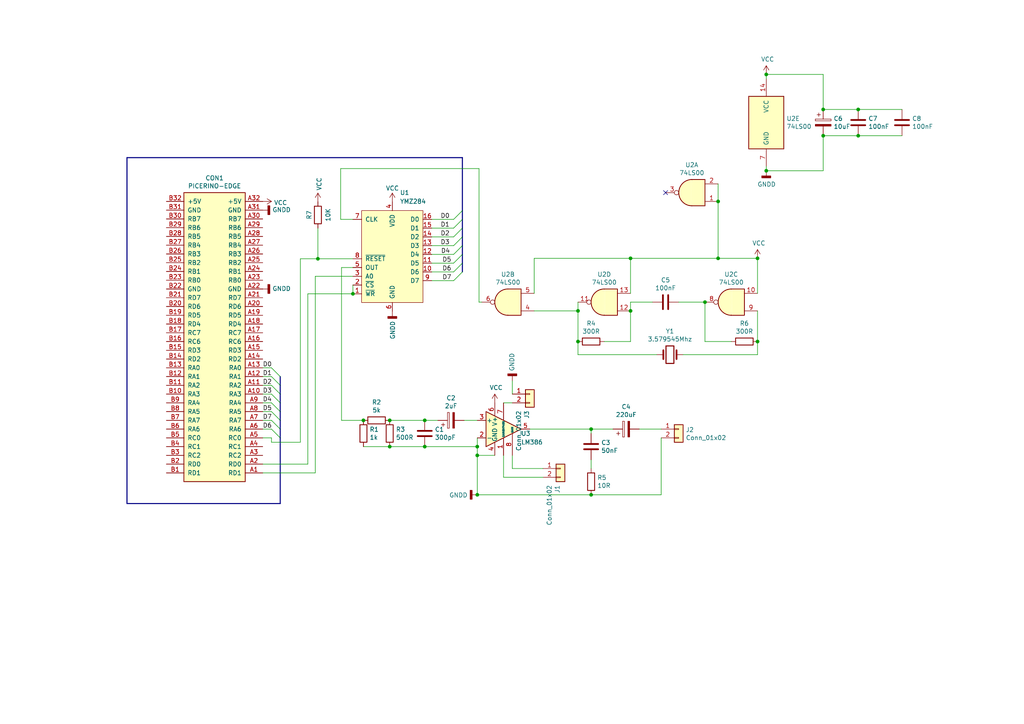
<source format=kicad_sch>
(kicad_sch (version 20230121) (generator eeschema)
  (paper "A4")
  (title_block (title "SN76489") (company "sparkletron") (comment 1 "Jay Convertino") (comment 2 "MIT License"))
  (lib_symbols
    (symbol "74xx:74LS00" (pin_names (offset 1.016))
      (property "Reference" "U" (at 0 1.27 0))
      (property "Value" "74LS00" (at 0 -1.27 0))
      (symbol "74LS00_1_1"
        (arc (start 0 -3.81) (mid 3.7934 0) (end 0 3.81) (stroke (width 0.254)) (fill (type background)))
        (polyline (pts (xy 0 3.81) (xy -3.81 3.81) (xy -3.81 -3.81) (xy 0 -3.81)) (stroke (width 0.254)) (fill (type background)))
        (pin input line (at -7.62 2.54 0) (length 3.81) (name "~") (number "1"))
        (pin input line (at -7.62 -2.54 0) (length 3.81) (name "~") (number "2"))
        (pin output inverted (at 7.62 0 180) (length 3.81) (name "~") (number "3"))
      )
      (symbol "74LS00_1_2"
        (arc (start -3.81 -3.81) (mid -2.589 0) (end -3.81 3.81) (stroke (width 0.254)))
        (arc (start -0.6096 -3.81) (mid 2.1855 -2.584) (end 3.81 0) (stroke (width 0.254)) (fill (type background)))
        (polyline (pts (xy -3.81 -3.81) (xy -0.635 -3.81)) (stroke (width 0.254)) (fill (type background)))
        (polyline (pts (xy -3.81 3.81) (xy -0.635 3.81)) (stroke (width 0.254)) (fill (type background)))
        (polyline (pts (xy -0.635 3.81) (xy -3.81 3.81) (xy -3.81 3.81) (xy -3.556 3.4036) (xy -3.0226 2.2606) (xy -2.6924 1.0414) (xy -2.6162 -0.254) (xy -2.7686 -1.4986) (xy -3.175 -2.7178) (xy -3.81 -3.81) (xy -3.81 -3.81) (xy -0.635 -3.81)) (stroke (width -25.4)) (fill (type background)))
        (arc (start 3.81 0) (mid 2.1928 2.5925) (end -0.6096 3.81) (stroke (width 0.254)) (fill (type background)))
        (pin input inverted (at -7.62 2.54 0) (length 4.318) (name "~") (number "1"))
        (pin input inverted (at -7.62 -2.54 0) (length 4.318) (name "~") (number "2"))
        (pin output line (at 7.62 0 180) (length 3.81) (name "~") (number "3"))
      )
      (symbol "74LS00_2_1"
        (arc (start 0 -3.81) (mid 3.7934 0) (end 0 3.81) (stroke (width 0.254)) (fill (type background)))
        (polyline (pts (xy 0 3.81) (xy -3.81 3.81) (xy -3.81 -3.81) (xy 0 -3.81)) (stroke (width 0.254)) (fill (type background)))
        (pin input line (at -7.62 2.54 0) (length 3.81) (name "~") (number "4"))
        (pin input line (at -7.62 -2.54 0) (length 3.81) (name "~") (number "5"))
        (pin output inverted (at 7.62 0 180) (length 3.81) (name "~") (number "6"))
      )
      (symbol "74LS00_2_2"
        (arc (start -3.81 -3.81) (mid -2.589 0) (end -3.81 3.81) (stroke (width 0.254)))
        (arc (start -0.6096 -3.81) (mid 2.1855 -2.584) (end 3.81 0) (stroke (width 0.254)) (fill (type background)))
        (polyline (pts (xy -3.81 -3.81) (xy -0.635 -3.81)) (stroke (width 0.254)) (fill (type background)))
        (polyline (pts (xy -3.81 3.81) (xy -0.635 3.81)) (stroke (width 0.254)) (fill (type background)))
        (polyline (pts (xy -0.635 3.81) (xy -3.81 3.81) (xy -3.81 3.81) (xy -3.556 3.4036) (xy -3.0226 2.2606) (xy -2.6924 1.0414) (xy -2.6162 -0.254) (xy -2.7686 -1.4986) (xy -3.175 -2.7178) (xy -3.81 -3.81) (xy -3.81 -3.81) (xy -0.635 -3.81)) (stroke (width -25.4)) (fill (type background)))
        (arc (start 3.81 0) (mid 2.1928 2.5925) (end -0.6096 3.81) (stroke (width 0.254)) (fill (type background)))
        (pin input inverted (at -7.62 2.54 0) (length 4.318) (name "~") (number "4"))
        (pin input inverted (at -7.62 -2.54 0) (length 4.318) (name "~") (number "5"))
        (pin output line (at 7.62 0 180) (length 3.81) (name "~") (number "6"))
      )
      (symbol "74LS00_3_1"
        (arc (start 0 -3.81) (mid 3.7934 0) (end 0 3.81) (stroke (width 0.254)) (fill (type background)))
        (polyline (pts (xy 0 3.81) (xy -3.81 3.81) (xy -3.81 -3.81) (xy 0 -3.81)) (stroke (width 0.254)) (fill (type background)))
        (pin input line (at -7.62 -2.54 0) (length 3.81) (name "~") (number "10"))
        (pin output inverted (at 7.62 0 180) (length 3.81) (name "~") (number "8"))
        (pin input line (at -7.62 2.54 0) (length 3.81) (name "~") (number "9"))
      )
      (symbol "74LS00_3_2"
        (arc (start -3.81 -3.81) (mid -2.589 0) (end -3.81 3.81) (stroke (width 0.254)))
        (arc (start -0.6096 -3.81) (mid 2.1855 -2.584) (end 3.81 0) (stroke (width 0.254)) (fill (type background)))
        (polyline (pts (xy -3.81 -3.81) (xy -0.635 -3.81)) (stroke (width 0.254)) (fill (type background)))
        (polyline (pts (xy -3.81 3.81) (xy -0.635 3.81)) (stroke (width 0.254)) (fill (type background)))
        (polyline (pts (xy -0.635 3.81) (xy -3.81 3.81) (xy -3.81 3.81) (xy -3.556 3.4036) (xy -3.0226 2.2606) (xy -2.6924 1.0414) (xy -2.6162 -0.254) (xy -2.7686 -1.4986) (xy -3.175 -2.7178) (xy -3.81 -3.81) (xy -3.81 -3.81) (xy -0.635 -3.81)) (stroke (width -25.4)) (fill (type background)))
        (arc (start 3.81 0) (mid 2.1928 2.5925) (end -0.6096 3.81) (stroke (width 0.254)) (fill (type background)))
        (pin input inverted (at -7.62 -2.54 0) (length 4.318) (name "~") (number "10"))
        (pin output line (at 7.62 0 180) (length 3.81) (name "~") (number "8"))
        (pin input inverted (at -7.62 2.54 0) (length 4.318) (name "~") (number "9"))
      )
      (symbol "74LS00_4_1"
        (arc (start 0 -3.81) (mid 3.7934 0) (end 0 3.81) (stroke (width 0.254)) (fill (type background)))
        (polyline (pts (xy 0 3.81) (xy -3.81 3.81) (xy -3.81 -3.81) (xy 0 -3.81)) (stroke (width 0.254)) (fill (type background)))
        (pin output inverted (at 7.62 0 180) (length 3.81) (name "~") (number "11"))
        (pin input line (at -7.62 2.54 0) (length 3.81) (name "~") (number "12"))
        (pin input line (at -7.62 -2.54 0) (length 3.81) (name "~") (number "13"))
      )
      (symbol "74LS00_4_2"
        (arc (start -3.81 -3.81) (mid -2.589 0) (end -3.81 3.81) (stroke (width 0.254)))
        (arc (start -0.6096 -3.81) (mid 2.1855 -2.584) (end 3.81 0) (stroke (width 0.254)) (fill (type background)))
        (polyline (pts (xy -3.81 -3.81) (xy -0.635 -3.81)) (stroke (width 0.254)) (fill (type background)))
        (polyline (pts (xy -3.81 3.81) (xy -0.635 3.81)) (stroke (width 0.254)) (fill (type background)))
        (polyline (pts (xy -0.635 3.81) (xy -3.81 3.81) (xy -3.81 3.81) (xy -3.556 3.4036) (xy -3.0226 2.2606) (xy -2.6924 1.0414) (xy -2.6162 -0.254) (xy -2.7686 -1.4986) (xy -3.175 -2.7178) (xy -3.81 -3.81) (xy -3.81 -3.81) (xy -0.635 -3.81)) (stroke (width -25.4)) (fill (type background)))
        (arc (start 3.81 0) (mid 2.1928 2.5925) (end -0.6096 3.81) (stroke (width 0.254)) (fill (type background)))
        (pin output line (at 7.62 0 180) (length 3.81) (name "~") (number "11"))
        (pin input inverted (at -7.62 2.54 0) (length 4.318) (name "~") (number "12"))
        (pin input inverted (at -7.62 -2.54 0) (length 4.318) (name "~") (number "13"))
      )
      (symbol "74LS00_5_0"
        (pin power_in line (at 0 12.7 270) (length 5.08) (name "VCC") (number "14"))
        (pin power_in line (at 0 -12.7 90) (length 5.08) (name "GND") (number "7"))
      )
      (symbol "74LS00_5_1"
        (rectangle (start -5.08 7.62) (end 5.08 -7.62) (stroke (width 0.254)) (fill (type background)))
      )
    )
    (symbol "Amplifier_Audio:LM386" (pin_names (offset 0.127))
      (property "Reference" "U" (at 1.27 7.62 0))
      (property "Value" "LM386" (at 1.27 5.08 0))
      (symbol "LM386_0_1"
        (polyline (pts (xy 5.08 0) (xy -5.08 5.08) (xy -5.08 -5.08) (xy 5.08 0)) (stroke (width 0.254)) (fill (type background)))
      )
      (symbol "LM386_1_1"
        (pin input line (at 0 -7.62 90) (length 5.08) (name "GAIN") (number "1"))
        (pin input line (at -7.62 -2.54 0) (length 2.54) (name "-") (number "2"))
        (pin input line (at -7.62 2.54 0) (length 2.54) (name "+") (number "3"))
        (pin power_in line (at -2.54 -7.62 90) (length 3.81) (name "GND") (number "4"))
        (pin output line (at 7.62 0 180) (length 2.54) (name "~") (number "5"))
        (pin power_in line (at -2.54 7.62 270) (length 3.81) (name "V+") (number "6"))
        (pin input line (at 0 7.62 270) (length 5.08) (name "BYPASS") (number "7"))
        (pin input line (at 2.54 -7.62 90) (length 6.35) (name "GAIN") (number "8"))
      )
    )
    (symbol "Connector_Generic:Conn_01x02" (pin_names (offset 1.016) hide)
      (property "Reference" "J" (at 0 2.54 0))
      (property "Value" "Conn_01x02" (at 0 -5.08 0))
      (symbol "Conn_01x02_1_1"
        (rectangle (start -1.27 -2.413) (end 0 -2.667) (stroke (width 0.1524)))
        (rectangle (start -1.27 0.127) (end 0 -0.127) (stroke (width 0.1524)))
        (rectangle (start -1.27 1.27) (end 1.27 -3.81) (stroke (width 0.254)) (fill (type background)))
        (pin passive line (at -5.08 0 0) (length 3.81) (name "Pin_1") (number "1"))
        (pin passive line (at -5.08 -2.54 0) (length 3.81) (name "Pin_2") (number "2"))
      )
    )
    (symbol "Device:C" (pin_numbers hide) (pin_names (offset 0.254))
      (property "Reference" "C" (at 0.635 2.54 0))
      (property "Value" "C" (at 0.635 -2.54 0))
      (symbol "C_0_1"
        (polyline (pts (xy -2.032 -0.762) (xy 2.032 -0.762)) (stroke (width 0.508)))
        (polyline (pts (xy -2.032 0.762) (xy 2.032 0.762)) (stroke (width 0.508)))
      )
      (symbol "C_1_1"
        (pin passive line (at 0 3.81 270) (length 2.794) (name "~") (number "1"))
        (pin passive line (at 0 -3.81 90) (length 2.794) (name "~") (number "2"))
      )
    )
    (symbol "Device:CP" (pin_numbers hide) (pin_names (offset 0.254))
      (property "Reference" "C" (at 0.635 2.54 0))
      (property "Value" "Device_CP" (at 0.635 -2.54 0))
      (symbol "CP_0_1"
        (rectangle (start -2.286 0.508) (end 2.286 1.016))
        (polyline (pts (xy -1.778 2.286) (xy -0.762 2.286)))
        (polyline (pts (xy -1.27 2.794) (xy -1.27 1.778)))
        (rectangle (start 2.286 -0.508) (end -2.286 -1.016) (fill (type outline)))
      )
      (symbol "CP_1_1"
        (pin passive line (at 0 3.81 270) (length 2.794) (name "~") (number "1"))
        (pin passive line (at 0 -3.81 90) (length 2.794) (name "~") (number "2"))
      )
    )
    (symbol "Device:Crystal" (pin_numbers hide) (pin_names (offset 1.016) hide)
      (property "Reference" "Y" (at 0 3.81 0))
      (property "Value" "Crystal" (at 0 -3.81 0))
      (symbol "Crystal_0_1"
        (rectangle (start -1.143 2.54) (end 1.143 -2.54) (stroke (width 0.3048)))
        (polyline (pts (xy -2.54 0) (xy -1.905 0)))
        (polyline (pts (xy -1.905 -1.27) (xy -1.905 1.27)) (stroke (width 0.508)))
        (polyline (pts (xy 1.905 -1.27) (xy 1.905 1.27)) (stroke (width 0.508)))
        (polyline (pts (xy 2.54 0) (xy 1.905 0)))
      )
      (symbol "Crystal_1_1"
        (pin passive line (at -3.81 0 0) (length 1.27) (name "1") (number "1"))
        (pin passive line (at 3.81 0 180) (length 1.27) (name "2") (number "2"))
      )
    )
    (symbol "Device:R" (pin_numbers hide) (pin_names (offset 0))
      (property "Reference" "R" (at 2.032 0 90))
      (property "Value" "R" (at 0 0 90))
      (symbol "R_0_1"
        (rectangle (start -1.016 -2.54) (end 1.016 2.54) (stroke (width 0.254)))
      )
      (symbol "R_1_1"
        (pin passive line (at 0 3.81 270) (length 1.27) (name "~") (number "1"))
        (pin passive line (at 0 -3.81 90) (length 1.27) (name "~") (number "2"))
      )
    )
    (symbol "Picerino:PICERINO-EDGE" (pin_names (offset 1.016))
      (property "Reference" "CON" (at 2.54 1.27 0))
      (property "Value" "PICERINO-EDGE" (at 6.985 3.175 0))
      (symbol "PICERINO-EDGE_0_1"
        (rectangle (start 0 0) (end 17.78 -83.82) (stroke (width 0.254)) (fill (type background)))
      )
      (symbol "PICERINO-EDGE_1_1"
        (pin passive line (at -5.08 -2.54 0) (length 5.08) (name "RD1") (number "A1"))
        (pin passive line (at -5.08 -25.4 0) (length 5.08) (name "RA3") (number "A10"))
        (pin passive line (at -5.08 -27.94 0) (length 5.08) (name "RA2") (number "A11"))
        (pin passive line (at -5.08 -30.48 0) (length 5.08) (name "RA1") (number "A12"))
        (pin passive line (at -5.08 -33.02 0) (length 5.08) (name "RA0") (number "A13"))
        (pin passive line (at -5.08 -35.56 0) (length 5.08) (name "RD2") (number "A14"))
        (pin passive line (at -5.08 -38.1 0) (length 5.08) (name "RD3") (number "A15"))
        (pin passive line (at -5.08 -40.64 0) (length 5.08) (name "RC6") (number "A16"))
        (pin passive line (at -5.08 -43.18 0) (length 5.08) (name "RC7") (number "A17"))
        (pin passive line (at -5.08 -45.72 0) (length 5.08) (name "RD4") (number "A18"))
        (pin passive line (at -5.08 -48.26 0) (length 5.08) (name "RD5") (number "A19"))
        (pin passive line (at -5.08 -5.08 0) (length 5.08) (name "RD0") (number "A2"))
        (pin passive line (at -5.08 -50.8 0) (length 5.08) (name "RD6") (number "A20"))
        (pin passive line (at -5.08 -53.34 0) (length 5.08) (name "RD7") (number "A21"))
        (pin passive line (at -5.08 -55.88 0) (length 5.08) (name "GND") (number "A22"))
        (pin passive line (at -5.08 -58.42 0) (length 5.08) (name "RB0") (number "A23"))
        (pin passive line (at -5.08 -60.96 0) (length 5.08) (name "RB1") (number "A24"))
        (pin passive line (at -5.08 -63.5 0) (length 5.08) (name "RB2") (number "A25"))
        (pin passive line (at -5.08 -66.04 0) (length 5.08) (name "RB3") (number "A26"))
        (pin passive line (at -5.08 -68.58 0) (length 5.08) (name "RB4") (number "A27"))
        (pin passive line (at -5.08 -71.12 0) (length 5.08) (name "RB5") (number "A28"))
        (pin passive line (at -5.08 -73.66 0) (length 5.08) (name "RB6") (number "A29"))
        (pin passive line (at -5.08 -7.62 0) (length 5.08) (name "RC2") (number "A3"))
        (pin passive line (at -5.08 -76.2 0) (length 5.08) (name "RB7") (number "A30"))
        (pin passive line (at -5.08 -78.74 0) (length 5.08) (name "GND") (number "A31"))
        (pin passive line (at -5.08 -81.28 0) (length 5.08) (name "+5V") (number "A32"))
        (pin passive line (at -5.08 -10.16 0) (length 5.08) (name "RC1") (number "A4"))
        (pin passive line (at -5.08 -12.7 0) (length 5.08) (name "RC0") (number "A5"))
        (pin passive line (at -5.08 -15.24 0) (length 5.08) (name "RA6") (number "A6"))
        (pin passive line (at -5.08 -17.78 0) (length 5.08) (name "RA7") (number "A7"))
        (pin passive line (at -5.08 -20.32 0) (length 5.08) (name "RA5") (number "A8"))
        (pin passive line (at -5.08 -22.86 0) (length 5.08) (name "RA4") (number "A9"))
        (pin passive line (at 22.86 -2.54 180) (length 5.08) (name "RD1") (number "B1"))
        (pin passive line (at 22.86 -25.4 180) (length 5.08) (name "RA3") (number "B10"))
        (pin passive line (at 22.86 -27.94 180) (length 5.08) (name "RA2") (number "B11"))
        (pin passive line (at 22.86 -30.48 180) (length 5.08) (name "RA1") (number "B12"))
        (pin passive line (at 22.86 -33.02 180) (length 5.08) (name "RA0") (number "B13"))
        (pin passive line (at 22.86 -35.56 180) (length 5.08) (name "RD2") (number "B14"))
        (pin passive line (at 22.86 -38.1 180) (length 5.08) (name "RD3") (number "B15"))
        (pin passive line (at 22.86 -40.64 180) (length 5.08) (name "RC6") (number "B16"))
        (pin passive line (at 22.86 -43.18 180) (length 5.08) (name "RC7") (number "B17"))
        (pin passive line (at 22.86 -45.72 180) (length 5.08) (name "RD4") (number "B18"))
        (pin passive line (at 22.86 -48.26 180) (length 5.08) (name "RD5") (number "B19"))
        (pin passive line (at 22.86 -5.08 180) (length 5.08) (name "RD0") (number "B2"))
        (pin passive line (at 22.86 -50.8 180) (length 5.08) (name "RD6") (number "B20"))
        (pin passive line (at 22.86 -53.34 180) (length 5.08) (name "RD7") (number "B21"))
        (pin passive line (at 22.86 -55.88 180) (length 5.08) (name "GND") (number "B22"))
        (pin passive line (at 22.86 -58.42 180) (length 5.08) (name "RB0") (number "B23"))
        (pin passive line (at 22.86 -60.96 180) (length 5.08) (name "RB1") (number "B24"))
        (pin passive line (at 22.86 -63.5 180) (length 5.08) (name "RB2") (number "B25"))
        (pin passive line (at 22.86 -66.04 180) (length 5.08) (name "RB3") (number "B26"))
        (pin passive line (at 22.86 -68.58 180) (length 5.08) (name "RB4") (number "B27"))
        (pin passive line (at 22.86 -71.12 180) (length 5.08) (name "RB5") (number "B28"))
        (pin passive line (at 22.86 -73.66 180) (length 5.08) (name "RB6") (number "B29"))
        (pin passive line (at 22.86 -7.62 180) (length 5.08) (name "RC2") (number "B3"))
        (pin passive line (at 22.86 -76.2 180) (length 5.08) (name "RB7") (number "B30"))
        (pin passive line (at 22.86 -78.74 180) (length 5.08) (name "GND") (number "B31"))
        (pin passive line (at 22.86 -81.28 180) (length 5.08) (name "+5V") (number "B32"))
        (pin passive line (at 22.86 -10.16 180) (length 5.08) (name "RC1") (number "B4"))
        (pin passive line (at 22.86 -12.7 180) (length 5.08) (name "RC0") (number "B5"))
        (pin passive line (at 22.86 -15.24 180) (length 5.08) (name "RA6") (number "B6"))
        (pin passive line (at 22.86 -17.78 180) (length 5.08) (name "RA7") (number "B7"))
        (pin passive line (at 22.86 -20.32 180) (length 5.08) (name "RA5") (number "B8"))
        (pin passive line (at 22.86 -22.86 180) (length 5.08) (name "RA4") (number "B9"))
      )
    )
    (symbol "Vintage_Audio_Synth:YMZ284" (pin_names (offset 1.016))
      (property "Reference" "U" (at 5.08 7.62 0))
      (property "Value" "YMZ284" (at 7.62 5.08 0))
      (symbol "YMZ284_0_1"
        (rectangle (start -8.89 3.81) (end 8.89 -22.86) (fill (type background)))
      )
      (symbol "YMZ284_1_1"
        (pin input line (at -11.43 -20.32 0) (length 2.54) (name "~{WR}") (number "1"))
        (pin input line (at 11.43 -13.97 180) (length 2.54) (name "D6") (number "10"))
        (pin input line (at 11.43 -11.43 180) (length 2.54) (name "D5") (number "11"))
        (pin input line (at 11.43 -8.89 180) (length 2.54) (name "D4") (number "12"))
        (pin input line (at 11.43 -6.35 180) (length 2.54) (name "D3") (number "13"))
        (pin input line (at 11.43 -3.81 180) (length 2.54) (name "D2") (number "14"))
        (pin input line (at 11.43 -1.27 180) (length 2.54) (name "D1") (number "15"))
        (pin input line (at 11.43 1.27 180) (length 2.54) (name "D0") (number "16"))
        (pin input line (at -11.43 -17.78 0) (length 2.54) (name "~{CS}") (number "2"))
        (pin output line (at -11.43 -15.24 0) (length 2.54) (name "A0") (number "3"))
        (pin input line (at 0 6.35 270) (length 2.54) (name "VDD") (number "4"))
        (pin output line (at -11.43 -12.7 0) (length 2.54) (name "OUT") (number "5"))
        (pin input line (at 0 -25.4 90) (length 2.54) (name "GND") (number "6"))
        (pin input line (at -11.43 1.27 0) (length 2.54) (name "CLK") (number "7"))
        (pin input line (at -11.43 -10.16 0) (length 2.54) (name "~{RESET}") (number "8"))
        (pin input line (at 11.43 -16.51 180) (length 2.54) (name "D7") (number "9"))
      )
    )
    (symbol "power:GNDD" (power) (pin_names (offset 0))
      (property "Value" "GNDD" (at 0 -3.175 0))
      (symbol "GNDD_0_1"
        (rectangle (start -1.27 -1.524) (end 1.27 -2.032) (stroke (width 0.254)) (fill (type outline)))
        (polyline (pts (xy 0 0) (xy 0 -1.524)))
      )
      (symbol "GNDD_1_1"
        (pin power_in line (at 0 0 270) (length 0) hide (name "GNDD") (number "1"))
      )
    )
    (symbol "power:VCC" (power) (pin_names (offset 0))
      (property "Value" "VCC" (at 0 3.81 0))
      (symbol "VCC_0_1"
        (polyline (pts (xy -0.762 1.27) (xy 0 2.54)))
        (polyline (pts (xy 0 0) (xy 0 2.54)))
        (polyline (pts (xy 0 2.54) (xy 0.762 1.27)))
      )
      (symbol "VCC_1_1"
        (pin power_in line (at 0 0 90) (length 0) hide (name "VCC") (number "1"))
      )
    )
  )
  (junction (at 138.43 143.51))
  (junction (at 248.92 39.37))
  (junction (at 123.19 129.54))
  (junction (at 208.28 74.93))
  (junction (at 182.88 90.17))
  (junction (at 92.202 75.057))
  (junction (at 238.76 31.75))
  (junction (at 138.43 129.54))
  (junction (at 113.03 121.92))
  (junction (at 123.19 121.92))
  (junction (at 219.71 74.93))
  (junction (at 138.43 132.08))
  (junction (at 248.92 31.75))
  (junction (at 171.45 124.46))
  (junction (at 102.362 85.217))
  (junction (at 105.41 121.92))
  (junction (at 222.25 21.59))
  (junction (at 208.28 58.42))
  (junction (at 219.71 99.06))
  (junction (at 182.88 74.93))
  (junction (at 171.45 143.51))
  (junction (at 113.03 129.54))
  (junction (at 238.76 39.37))
  (junction (at 167.64 99.06))
  (junction (at 167.64 90.17))
  (junction (at 204.47 87.63))
  (junction (at 222.25 49.53))
  (no_connect (at 193.04 55.88))
  (bus_entry (at 81.28 127) (size -2.54 -2.54))
  (bus_entry (at 131.572 76.327) (size 2.54 -2.54))
  (bus_entry (at 81.28 116.84) (size -2.54 -2.54))
  (bus_entry (at 131.572 66.167) (size 2.54 -2.54))
  (bus_entry (at 81.28 121.92) (size -2.54 -2.54))
  (bus_entry (at 131.572 71.247) (size 2.54 -2.54))
  (bus_entry (at 131.572 81.407) (size 2.54 -2.54))
  (bus_entry (at 81.28 114.3) (size -2.54 -2.54))
  (bus_entry (at 131.572 68.707) (size 2.54 -2.54))
  (bus_entry (at 78.74 106.68) (size 2.54 2.54))
  (bus_entry (at 81.28 111.76) (size -2.54 -2.54))
  (bus_entry (at 131.572 63.627) (size 2.54 -2.54))
  (bus_entry (at 131.572 73.787) (size 2.54 -2.54))
  (bus_entry (at 81.28 124.46) (size -2.54 -2.54))
  (bus_entry (at 81.28 119.38) (size -2.54 -2.54))
  (bus_entry (at 131.572 78.867) (size 2.54 -2.54))
  (wire (pts (xy 78.74 127) (xy 76.2 127)))
  (wire (pts (xy 146.05 116.84) (xy 148.59 116.84)))
  (bus (pts (xy 36.83 146.05) (xy 36.83 45.72)))
  (wire (pts (xy 92.202 66.167) (xy 92.202 75.057)))
  (wire (pts (xy 167.64 99.06) (xy 167.64 90.17)))
  (wire (pts (xy 102.362 77.597) (xy 99.06 77.597)))
  (wire (pts (xy 138.938 48.895) (xy 138.938 87.63)))
  (wire (pts (xy 219.71 74.93) (xy 208.28 74.93)))
  (bus (pts (xy 36.83 45.72) (xy 134.112 45.72)))
  (wire (pts (xy 92.202 75.057) (xy 87.122 75.057)))
  (wire (pts (xy 171.45 143.51) (xy 191.77 143.51)))
  (wire (pts (xy 171.45 124.46) (xy 171.45 125.73)))
  (wire (pts (xy 125.222 76.327) (xy 131.572 76.327)))
  (wire (pts (xy 153.67 124.46) (xy 171.45 124.46)))
  (wire (pts (xy 238.76 31.75) (xy 248.92 31.75)))
  (wire (pts (xy 238.76 21.59) (xy 238.76 31.75)))
  (bus (pts (xy 81.28 127) (xy 81.28 146.05)))
  (bus (pts (xy 81.28 114.3) (xy 81.28 116.84)))
  (wire (pts (xy 175.26 99.06) (xy 182.88 99.06)))
  (wire (pts (xy 125.222 73.787) (xy 131.572 73.787)))
  (wire (pts (xy 87.122 128.27) (xy 78.74 128.27)))
  (wire (pts (xy 125.222 81.407) (xy 131.572 81.407)))
  (wire (pts (xy 91.44 80.137) (xy 102.362 80.137)))
  (bus (pts (xy 81.28 146.05) (xy 36.83 146.05)))
  (wire (pts (xy 123.19 121.92) (xy 127 121.92)))
  (wire (pts (xy 177.8 124.46) (xy 171.45 124.46)))
  (wire (pts (xy 191.77 143.51) (xy 191.77 127)))
  (wire (pts (xy 99.06 121.92) (xy 105.41 121.92)))
  (wire (pts (xy 146.05 138.43) (xy 146.05 132.08)))
  (bus (pts (xy 134.112 63.627) (xy 134.112 66.167)))
  (wire (pts (xy 138.43 127) (xy 138.43 129.54)))
  (bus (pts (xy 134.112 71.247) (xy 134.112 73.787)))
  (wire (pts (xy 208.28 74.93) (xy 182.88 74.93)))
  (wire (pts (xy 148.59 132.08) (xy 148.59 135.89)))
  (wire (pts (xy 138.43 143.51) (xy 171.45 143.51)))
  (wire (pts (xy 219.71 99.06) (xy 219.71 102.87)))
  (wire (pts (xy 89.281 85.217) (xy 102.362 85.217)))
  (wire (pts (xy 167.64 102.87) (xy 167.64 99.06)))
  (bus (pts (xy 134.112 61.087) (xy 134.112 63.627)))
  (wire (pts (xy 76.2 114.3) (xy 78.74 114.3)))
  (wire (pts (xy 138.43 132.08) (xy 138.43 143.51)))
  (wire (pts (xy 76.2 116.84) (xy 78.74 116.84)))
  (wire (pts (xy 154.94 90.17) (xy 167.64 90.17)))
  (wire (pts (xy 87.122 75.057) (xy 87.122 128.27)))
  (wire (pts (xy 78.74 106.68) (xy 76.2 106.68)))
  (wire (pts (xy 134.62 121.92) (xy 138.43 121.92)))
  (wire (pts (xy 102.362 63.627) (xy 98.806 63.627)))
  (wire (pts (xy 167.64 90.17) (xy 167.64 87.63)))
  (wire (pts (xy 99.06 77.597) (xy 99.06 121.92)))
  (wire (pts (xy 138.43 129.54) (xy 138.43 132.08)))
  (wire (pts (xy 204.47 99.06) (xy 212.09 99.06)))
  (wire (pts (xy 125.222 68.707) (xy 131.572 68.707)))
  (wire (pts (xy 113.03 129.54) (xy 123.19 129.54)))
  (wire (pts (xy 182.88 74.93) (xy 182.88 85.09)))
  (wire (pts (xy 76.2 124.46) (xy 78.74 124.46)))
  (wire (pts (xy 190.5 102.87) (xy 167.64 102.87)))
  (wire (pts (xy 78.74 121.92) (xy 76.2 121.92)))
  (wire (pts (xy 248.92 39.37) (xy 238.76 39.37)))
  (wire (pts (xy 125.222 63.627) (xy 131.572 63.627)))
  (wire (pts (xy 76.2 109.22) (xy 78.74 109.22)))
  (bus (pts (xy 134.112 66.167) (xy 134.112 68.707)))
  (wire (pts (xy 113.03 121.92) (xy 123.19 121.92)))
  (wire (pts (xy 98.806 63.627) (xy 98.806 48.895)))
  (wire (pts (xy 182.88 99.06) (xy 182.88 90.17)))
  (wire (pts (xy 138.43 132.08) (xy 143.51 132.08)))
  (wire (pts (xy 208.28 53.34) (xy 208.28 58.42)))
  (wire (pts (xy 105.41 129.54) (xy 113.03 129.54)))
  (wire (pts (xy 98.806 48.895) (xy 138.938 48.895)))
  (wire (pts (xy 125.222 78.867) (xy 131.572 78.867)))
  (wire (pts (xy 182.88 87.63) (xy 182.88 90.17)))
  (wire (pts (xy 76.2 137.16) (xy 91.44 137.16)))
  (wire (pts (xy 248.92 31.75) (xy 261.62 31.75)))
  (bus (pts (xy 134.112 76.327) (xy 134.112 78.867)))
  (wire (pts (xy 219.71 102.87) (xy 198.12 102.87)))
  (wire (pts (xy 125.222 71.247) (xy 131.572 71.247)))
  (wire (pts (xy 222.25 21.59) (xy 238.76 21.59)))
  (wire (pts (xy 222.25 21.59) (xy 222.25 22.86)))
  (wire (pts (xy 171.45 135.89) (xy 171.45 133.35)))
  (bus (pts (xy 134.112 45.72) (xy 134.112 61.087)))
  (wire (pts (xy 125.222 66.167) (xy 131.572 66.167)))
  (wire (pts (xy 219.71 74.93) (xy 219.71 85.09)))
  (wire (pts (xy 219.71 90.17) (xy 219.71 99.06)))
  (bus (pts (xy 81.28 116.84) (xy 81.28 119.38)))
  (wire (pts (xy 154.94 74.93) (xy 182.88 74.93)))
  (bus (pts (xy 134.112 68.707) (xy 134.112 71.247)))
  (wire (pts (xy 238.76 39.37) (xy 238.76 49.53)))
  (bus (pts (xy 81.28 111.76) (xy 81.28 114.3)))
  (wire (pts (xy 191.77 124.46) (xy 185.42 124.46)))
  (wire (pts (xy 222.25 49.53) (xy 222.25 48.26)))
  (wire (pts (xy 222.25 49.53) (xy 238.76 49.53)))
  (wire (pts (xy 76.2 119.38) (xy 78.74 119.38)))
  (wire (pts (xy 189.23 87.63) (xy 182.88 87.63)))
  (wire (pts (xy 89.281 85.217) (xy 89.281 134.62)))
  (wire (pts (xy 138.938 87.63) (xy 139.7 87.63)))
  (bus (pts (xy 81.28 121.92) (xy 81.28 124.46)))
  (wire (pts (xy 154.94 85.09) (xy 154.94 74.93)))
  (wire (pts (xy 157.48 138.43) (xy 146.05 138.43)))
  (wire (pts (xy 208.28 58.42) (xy 208.28 74.93)))
  (wire (pts (xy 148.59 135.89) (xy 157.48 135.89)))
  (bus (pts (xy 81.28 124.46) (xy 81.28 127)))
  (wire (pts (xy 204.47 87.63) (xy 196.85 87.63)))
  (wire (pts (xy 91.44 80.137) (xy 91.44 137.16)))
  (wire (pts (xy 78.74 111.76) (xy 76.2 111.76)))
  (wire (pts (xy 138.43 129.54) (xy 123.19 129.54)))
  (wire (pts (xy 89.281 134.62) (xy 76.2 134.62)))
  (wire (pts (xy 102.362 82.677) (xy 102.362 85.217)))
  (wire (pts (xy 248.92 39.37) (xy 261.62 39.37)))
  (bus (pts (xy 134.112 73.787) (xy 134.112 76.327)))
  (bus (pts (xy 81.28 119.38) (xy 81.28 121.92)))
  (wire (pts (xy 102.362 75.057) (xy 92.202 75.057)))
  (wire (pts (xy 148.59 114.3) (xy 148.59 110.49)))
  (bus (pts (xy 81.28 109.22) (xy 81.28 111.76)))
  (wire (pts (xy 78.74 128.27) (xy 78.74 127)))
  (wire (pts (xy 204.47 87.63) (xy 204.47 99.06)))
  (label "D6" (at 76.2 124.46 0))
  (label "D4" (at 127.889 73.787 0))
  (label "D3" (at 76.2 114.3 0))
  (label "D0" (at 76.2 106.68 0))
  (label "D3" (at 127.762 71.247 0))
  (label "D1" (at 76.2 109.22 0))
  (label "D1" (at 127.762 66.167 0))
  (label "D4" (at 76.2 116.84 0))
  (label "D6" (at 128.27 78.867 0))
  (label "D7" (at 128.27 81.407 0))
  (label "D0" (at 127.762 63.627 0))
  (label "D7" (at 76.2 121.92 0))
  (label "D2" (at 127.762 68.707 0))
  (label "D5" (at 76.2 119.38 0))
  (label "D5" (at 128.27 76.327 0))
  (label "D2" (at 76.2 111.76 0))
  (symbol (lib_id "power:VCC") (at 76.2 58.42 270) (unit 1)
    (property "Reference" "#PWR0102" (effects hide))
    (property "Value" "VCC" (at 79.4512 58.801 90) (effects (justify left)))
  )
  (symbol (lib_id "power:GNDD") (at 76.2 60.96 90) (unit 1)
    (property "Reference" "#PWR0103" (effects hide))
    (property "Value" "GNDD" (at 78.994 60.8584 90) (effects (justify right)))
  )
  (symbol (lib_id "power:GNDD") (at 113.792 90.297 0) (unit 1)
    (property "Reference" "#PWR0104" (effects hide))
    (property "Value" "GNDD" (at 113.8936 93.091 90) (effects (justify right)))
  )
  (symbol (lib_id "power:VCC") (at 113.792 58.547 0) (unit 1)
    (property "Reference" "#PWR0105" (effects hide))
    (property "Value" "VCC" (at 111.887 54.61 0) (effects (justify left)))
  )
  (symbol (lib_id "74xx:74LS00") (at 175.26 87.63 180) (unit 4)
    (property "Reference" "U2" (at 175.26 79.5782 0))
    (property "Value" "74LS00" (at 175.26 81.8896 0))
    (property "Footprint" "Package_DIP:DIP-14_W7.62mm_LongPads" (effects hide))
    (property "Datasheet" "http://www.ti.com/lit/gpn/sn74ls00" (effects hide))
  )
  (symbol (lib_id "74xx:74LS00") (at 212.09 87.63 180) (unit 3)
    (property "Reference" "U2" (at 212.09 79.5782 0))
    (property "Value" "74LS00" (at 212.09 81.8896 0))
    (property "Footprint" "Package_DIP:DIP-14_W7.62mm_LongPads" (effects hide))
    (property "Datasheet" "http://www.ti.com/lit/gpn/sn74ls00" (effects hide))
  )
  (symbol (lib_id "74xx:74LS00") (at 147.32 87.63 180) (unit 2)
    (property "Reference" "U2" (at 147.32 79.5782 0))
    (property "Value" "74LS00" (at 147.32 81.8896 0))
    (property "Footprint" "Package_DIP:DIP-14_W7.62mm_LongPads" (effects hide))
    (property "Datasheet" "http://www.ti.com/lit/gpn/sn74ls00" (effects hide))
  )
  (symbol (lib_id "Device:C") (at 193.04 87.63 270) (unit 1)
    (property "Reference" "C5" (at 193.04 81.2292 90))
    (property "Value" "100nF" (at 193.04 83.5406 90))
    (property "Footprint" "Capacitor_THT:C_Disc_D4.7mm_W2.5mm_P5.00mm" (effects hide))
  )
  (symbol (lib_id "Device:R") (at 215.9 99.06 270) (unit 1)
    (property "Reference" "R6" (at 215.9 93.8022 90))
    (property "Value" "300R" (at 215.9 96.1136 90))
    (property "Footprint" "Resistor_THT:R_Axial_DIN0207_L6.3mm_D2.5mm_P7.62mm_Horizontal" (effects hide))
  )
  (symbol (lib_id "Device:CP") (at 238.76 35.56 0) (unit 1)
    (property "Reference" "C6" (at 241.7572 34.3916 0) (effects (justify left)))
    (property "Value" "10uF" (at 241.7572 36.703 0) (effects (justify left)))
    (property "Footprint" "Capacitor_THT:CP_Radial_D5.0mm_P2.50mm" (effects hide))
  )
  (symbol (lib_id "Device:Crystal") (at 194.31 102.87 0) (unit 1)
    (property "Reference" "Y1" (at 194.31 96.0628 0))
    (property "Value" "3.579545Mhz" (at 194.31 98.3742 0))
    (property "Footprint" "Crystal:Crystal_HC49-U_Vertical" (effects hide))
  )
  (symbol (lib_id "power:VCC") (at 219.71 74.93 0) (unit 1)
    (property "Reference" "#PWR0101" (effects hide))
    (property "Value" "VCC" (at 220.091 70.5358 0))
  )
  (symbol (lib_id "Device:R") (at 171.45 99.06 270) (unit 1)
    (property "Reference" "R4" (at 171.45 93.8022 90))
    (property "Value" "300R" (at 171.45 96.1136 90))
    (property "Footprint" "Resistor_THT:R_Axial_DIN0207_L6.3mm_D2.5mm_P7.62mm_Horizontal" (effects hide))
  )
  (symbol (lib_id "Device:C") (at 248.92 35.56 180) (unit 1)
    (property "Reference" "C7" (at 251.841 34.3916 0) (effects (justify right)))
    (property "Value" "100nF" (at 251.841 36.703 0) (effects (justify right)))
    (property "Footprint" "Capacitor_THT:C_Disc_D4.7mm_W2.5mm_P5.00mm" (effects hide))
  )
  (symbol (lib_id "Device:C") (at 261.62 35.56 180) (unit 1)
    (property "Reference" "C8" (at 264.541 34.3916 0) (effects (justify right)))
    (property "Value" "100nF" (at 264.541 36.703 0) (effects (justify right)))
    (property "Footprint" "Capacitor_THT:C_Disc_D4.7mm_W2.5mm_P5.00mm" (effects hide))
  )
  (symbol (lib_id "Amplifier_Audio:LM386") (at 146.05 124.46 0) (unit 1)
    (property "Reference" "U3" (at 151.13 125.73 0) (effects (justify left)))
    (property "Value" "LM386" (at 151.13 128.27 0) (effects (justify left)))
    (property "Footprint" "Package_DIP:DIP-8_W7.62mm_Socket_LongPads" (effects hide))
    (property "Datasheet" "http://www.ti.com/lit/ds/symlink/lm386.pdf" (effects hide))
  )
  (symbol (lib_id "Device:R") (at 105.41 125.73 0) (unit 1)
    (property "Reference" "R1" (at 107.188 124.5616 0) (effects (justify left)))
    (property "Value" "1k" (at 107.188 126.873 0) (effects (justify left)))
    (property "Footprint" "Resistor_THT:R_Axial_DIN0207_L6.3mm_D2.5mm_P7.62mm_Horizontal" (effects hide))
  )
  (symbol (lib_id "Device:R") (at 109.22 121.92 270) (unit 1)
    (property "Reference" "R2" (at 109.22 116.6622 90))
    (property "Value" "5k" (at 109.22 118.9736 90))
    (property "Footprint" "Resistor_THT:R_Axial_DIN0207_L6.3mm_D2.5mm_P7.62mm_Horizontal" (effects hide))
  )
  (symbol (lib_id "Device:R") (at 113.03 125.73 180) (unit 1)
    (property "Reference" "R3" (at 114.808 124.5616 0) (effects (justify right)))
    (property "Value" "500R" (at 114.808 126.873 0) (effects (justify right)))
    (property "Footprint" "Resistor_THT:R_Axial_DIN0207_L6.3mm_D2.5mm_P7.62mm_Horizontal" (effects hide))
  )
  (symbol (lib_id "Device:C") (at 123.19 125.73 180) (unit 1)
    (property "Reference" "C1" (at 126.111 124.5616 0) (effects (justify right)))
    (property "Value" "300pF" (at 126.111 126.873 0) (effects (justify right)))
    (property "Footprint" "Capacitor_THT:C_Disc_D4.7mm_W2.5mm_P5.00mm" (effects hide))
  )
  (symbol (lib_id "Device:CP") (at 130.81 121.92 90) (unit 1)
    (property "Reference" "C2" (at 130.81 115.443 90))
    (property "Value" "2uF" (at 130.81 117.7544 90))
    (property "Footprint" "Capacitor_THT:CP_Radial_D5.0mm_P2.50mm" (effects hide))
  )
  (symbol (lib_id "Device:C") (at 171.45 129.54 180) (unit 1)
    (property "Reference" "C3" (at 174.371 128.3716 0) (effects (justify right)))
    (property "Value" "50nF" (at 174.371 130.683 0) (effects (justify right)))
    (property "Footprint" "Capacitor_THT:C_Disc_D4.7mm_W2.5mm_P5.00mm" (effects hide))
  )
  (symbol (lib_id "Device:R") (at 171.45 139.7 180) (unit 1)
    (property "Reference" "R5" (at 173.228 138.5316 0) (effects (justify right)))
    (property "Value" "10R" (at 173.228 140.843 0) (effects (justify right)))
    (property "Footprint" "Resistor_THT:R_Axial_DIN0207_L6.3mm_D2.5mm_P7.62mm_Horizontal" (effects hide))
  )
  (symbol (lib_id "Device:CP") (at 181.61 124.46 90) (unit 1)
    (property "Reference" "C4" (at 181.61 117.983 90))
    (property "Value" "220uF" (at 181.61 120.2944 90))
    (property "Footprint" "Capacitor_THT:CP_Radial_D10.0mm_P5.00mm" (effects hide))
  )
  (symbol (lib_id "Connector_Generic:Conn_01x02") (at 162.56 135.89 0) (unit 1)
    (property "Reference" "J1" (at 161.6456 140.6652 90) (effects (justify right)))
    (property "Value" "Conn_01x02" (at 159.3342 140.6652 90) (effects (justify right)))
    (property "Footprint" "Connector_PinHeader_2.54mm:PinHeader_1x02_P2.54mm_Vertical" (effects hide))
  )
  (symbol (lib_id "Connector_Generic:Conn_01x02") (at 196.85 124.46 0) (unit 1)
    (property "Reference" "J2" (at 198.882 124.6632 0) (effects (justify left)))
    (property "Value" "Conn_01x02" (at 198.882 126.9746 0) (effects (justify left)))
    (property "Footprint" "Connector_Phoenix_MSTB:PhoenixContact_MSTBVA_2,5_2-G_1x02_P5.00mm_Vertical" (effects hide))
  )
  (symbol (lib_id "74xx:74LS00") (at 222.25 35.56 0) (unit 5)
    (property "Reference" "U2" (at 228.092 34.3916 0) (effects (justify left)))
    (property "Value" "74LS00" (at 228.092 36.703 0) (effects (justify left)))
    (property "Footprint" "Package_DIP:DIP-14_W7.62mm_LongPads" (effects hide))
    (property "Datasheet" "http://www.ti.com/lit/gpn/sn74ls00" (effects hide))
  )
  (symbol (lib_id "74xx:74LS00") (at 200.66 55.88 180) (unit 1)
    (property "Reference" "U2" (at 200.66 47.8282 0))
    (property "Value" "74LS00" (at 200.66 50.1396 0))
    (property "Footprint" "Package_DIP:DIP-14_W7.62mm_LongPads" (effects hide))
    (property "Datasheet" "http://www.ti.com/lit/gpn/sn74ls00" (effects hide))
  )
  (symbol (lib_id "power:VCC") (at 222.25 21.59 0) (unit 1)
    (property "Reference" "#PWR0106" (effects hide))
    (property "Value" "VCC" (at 222.631 17.1958 0))
  )
  (symbol (lib_id "power:GNDD") (at 222.25 49.53 0) (unit 1)
    (property "Reference" "#PWR0107" (effects hide))
    (property "Value" "GNDD" (at 222.3516 53.467 0))
  )
  (symbol (lib_id "power:VCC") (at 143.51 116.84 0) (unit 1)
    (property "Reference" "#PWR0108" (effects hide))
    (property "Value" "VCC" (at 143.891 112.4458 0))
  )
  (symbol (lib_id "Connector_Generic:Conn_01x02") (at 153.67 114.3 0) (unit 1)
    (property "Reference" "J3" (at 152.7556 119.0752 90) (effects (justify right)))
    (property "Value" "Conn_01x02" (at 150.4442 119.0752 90) (effects (justify right)))
    (property "Footprint" "Connector_PinHeader_2.54mm:PinHeader_1x02_P2.54mm_Vertical" (effects hide))
  )
  (symbol (lib_id "power:GNDD") (at 148.59 110.49 180) (unit 1)
    (property "Reference" "#PWR0111" (effects hide))
    (property "Value" "GNDD" (at 148.4884 107.696 90) (effects (justify right)))
  )
  (symbol (lib_id "Device:R") (at 92.202 62.357 180) (unit 1)
    (property "Reference" "R7" (at 89.662 62.357 90))
    (property "Value" "10K" (at 95.1484 62.357 90))
    (property "Footprint" "Resistor_THT:R_Axial_DIN0207_L6.3mm_D2.5mm_P7.62mm_Horizontal" (effects hide))
  )
  (symbol (lib_id "power:VCC") (at 92.202 58.547 0) (unit 1)
    (property "Reference" "#PWR01" (effects hide))
    (property "Value" "VCC" (at 92.583 55.2958 90) (effects (justify left)))
  )
  (symbol (lib_id "power:GNDD") (at 138.43 143.51 270) (unit 1)
    (property "Reference" "#PWR0110" (effects hide))
    (property "Value" "GNDD" (at 135.636 143.6116 90) (effects (justify right)))
  )
  (symbol (lib_id "Picerino:PICERINO-EDGE") (at 71.12 139.7 180) (unit 1)
    (property "Reference" "CON1" (at 62.23 51.6382 0))
    (property "Value" "PICERINO-EDGE" (at 62.23 53.9496 0))
    (property "Footprint" "PICerino:GENESIS-EDGE" (effects hide))
  )
  (symbol (lib_id "power:GNDD") (at 76.2 83.82 90) (unit 1)
    (property "Reference" "#PWR0109" (effects hide))
    (property "Value" "GNDD" (at 78.994 83.7184 90) (effects (justify right)))
  )
  (symbol (lib_id "Vintage_Audio_Synth:YMZ284") (at 113.792 64.897 0) (unit 1)
    (property "Reference" "U1" (at 115.9861 55.88 0) (effects (justify left)))
    (property "Value" "YMZ284" (at 115.9861 58.42 0) (effects (justify left)))
    (property "Footprint" "Package_DIP:DIP-16_W7.62mm_LongPads" (effects hide))
  )
)
</source>
